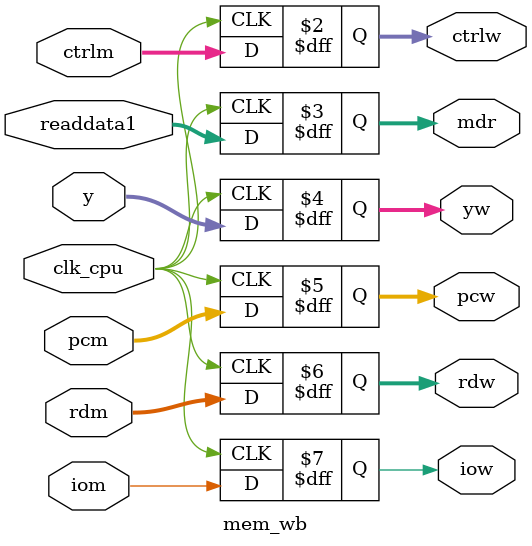
<source format=v>
`timescale 1ns / 1ps

module mem_wb(
input clk_cpu,iom,
input[31:0] readdata1,y,ctrlm,pcm,
input[4:0]  rdm,
output  reg [31:0]   ctrlw,mdr,yw,pcw,
output  reg [4:0]  rdw,
output  reg iow
);
always@(posedge clk_cpu)    begin
    ctrlw<=ctrlm;   mdr<=readdata1; yw<=y;  pcw<=pcm;   rdw<=rdm;   iow<=iom;   pcw<=pcm;
    end
endmodule

</source>
